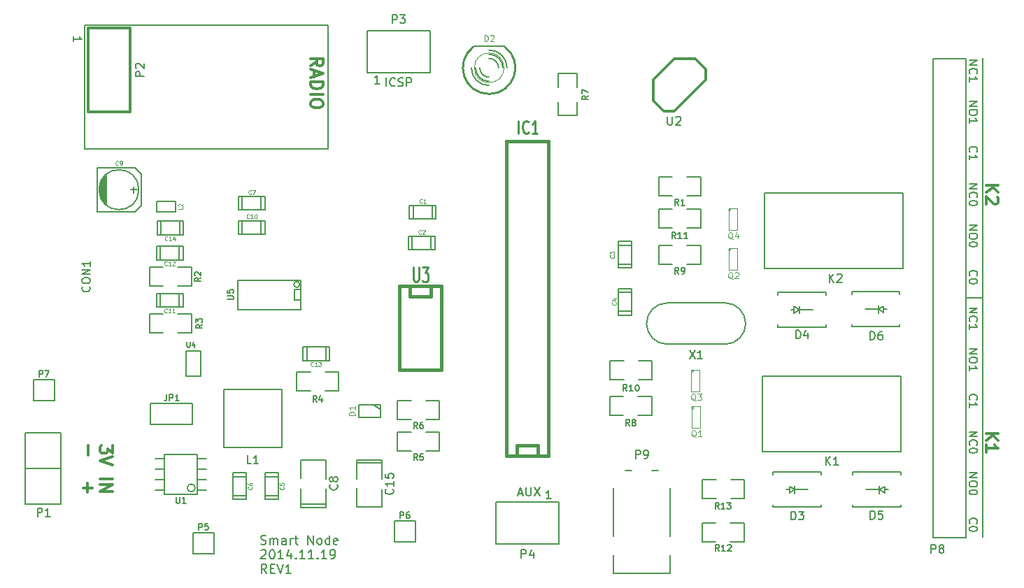
<source format=gto>
G04 (created by PCBNEW (2013-07-07 BZR 4022)-stable) date 21/11/2014 19:41:42*
%MOIN*%
G04 Gerber Fmt 3.4, Leading zero omitted, Abs format*
%FSLAX34Y34*%
G01*
G70*
G90*
G04 APERTURE LIST*
%ADD10C,0.008*%
%ADD11C,0.00787402*%
%ADD12C,0.011811*%
%ADD13C,0.00590551*%
%ADD14C,0.0065*%
%ADD15C,0.006*%
%ADD16C,0.005*%
%ADD17C,0.0031*%
%ADD18C,0.012*%
%ADD19C,0.003*%
%ADD20C,0.01*%
%ADD21C,0.015*%
%ADD22C,0.0047*%
%ADD23C,0.0059*%
%ADD24C,0.0045*%
%ADD25C,0.0035*%
%ADD26C,0.01125*%
G04 APERTURE END LIST*
G54D10*
X61014Y-49931D02*
X60785Y-49931D01*
X60900Y-49931D02*
X60900Y-49531D01*
X60861Y-49589D01*
X60823Y-49627D01*
X60785Y-49646D01*
X59474Y-49677D02*
X59665Y-49677D01*
X59436Y-49791D02*
X59570Y-49391D01*
X59703Y-49791D01*
X59836Y-49391D02*
X59836Y-49715D01*
X59855Y-49753D01*
X59874Y-49772D01*
X59912Y-49791D01*
X59989Y-49791D01*
X60027Y-49772D01*
X60046Y-49753D01*
X60065Y-49715D01*
X60065Y-49391D01*
X60217Y-49391D02*
X60484Y-49791D01*
X60484Y-49391D02*
X60217Y-49791D01*
X38258Y-28134D02*
X38258Y-27905D01*
X38258Y-28020D02*
X38658Y-28020D01*
X38600Y-27981D01*
X38562Y-27943D01*
X38543Y-27905D01*
X52844Y-30141D02*
X52615Y-30141D01*
X52730Y-30141D02*
X52730Y-29741D01*
X52691Y-29799D01*
X52653Y-29837D01*
X52615Y-29856D01*
X53169Y-30271D02*
X53169Y-29871D01*
X53588Y-30233D02*
X53569Y-30252D01*
X53512Y-30271D01*
X53474Y-30271D01*
X53417Y-30252D01*
X53379Y-30214D01*
X53360Y-30176D01*
X53340Y-30100D01*
X53340Y-30043D01*
X53360Y-29967D01*
X53379Y-29929D01*
X53417Y-29890D01*
X53474Y-29871D01*
X53512Y-29871D01*
X53569Y-29890D01*
X53588Y-29910D01*
X53740Y-30252D02*
X53798Y-30271D01*
X53893Y-30271D01*
X53931Y-30252D01*
X53950Y-30233D01*
X53969Y-30195D01*
X53969Y-30157D01*
X53950Y-30119D01*
X53931Y-30100D01*
X53893Y-30081D01*
X53817Y-30062D01*
X53779Y-30043D01*
X53760Y-30024D01*
X53740Y-29986D01*
X53740Y-29948D01*
X53760Y-29910D01*
X53779Y-29890D01*
X53817Y-29871D01*
X53912Y-29871D01*
X53969Y-29890D01*
X54140Y-30271D02*
X54140Y-29871D01*
X54293Y-29871D01*
X54331Y-29890D01*
X54350Y-29910D01*
X54369Y-29948D01*
X54369Y-30005D01*
X54350Y-30043D01*
X54331Y-30062D01*
X54293Y-30081D01*
X54140Y-30081D01*
G54D11*
X47188Y-52093D02*
X47250Y-52114D01*
X47353Y-52114D01*
X47395Y-52093D01*
X47415Y-52073D01*
X47436Y-52031D01*
X47436Y-51990D01*
X47415Y-51949D01*
X47395Y-51928D01*
X47353Y-51908D01*
X47271Y-51887D01*
X47230Y-51866D01*
X47209Y-51846D01*
X47188Y-51804D01*
X47188Y-51763D01*
X47209Y-51722D01*
X47230Y-51701D01*
X47271Y-51681D01*
X47374Y-51681D01*
X47436Y-51701D01*
X47621Y-52114D02*
X47621Y-51825D01*
X47621Y-51866D02*
X47642Y-51846D01*
X47683Y-51825D01*
X47745Y-51825D01*
X47786Y-51846D01*
X47807Y-51887D01*
X47807Y-52114D01*
X47807Y-51887D02*
X47828Y-51846D01*
X47869Y-51825D01*
X47931Y-51825D01*
X47972Y-51846D01*
X47993Y-51887D01*
X47993Y-52114D01*
X48384Y-52114D02*
X48384Y-51887D01*
X48364Y-51846D01*
X48323Y-51825D01*
X48240Y-51825D01*
X48199Y-51846D01*
X48384Y-52093D02*
X48343Y-52114D01*
X48240Y-52114D01*
X48199Y-52093D01*
X48178Y-52052D01*
X48178Y-52011D01*
X48199Y-51969D01*
X48240Y-51949D01*
X48343Y-51949D01*
X48384Y-51928D01*
X48591Y-52114D02*
X48591Y-51825D01*
X48591Y-51908D02*
X48611Y-51866D01*
X48632Y-51846D01*
X48673Y-51825D01*
X48714Y-51825D01*
X48797Y-51825D02*
X48962Y-51825D01*
X48859Y-51681D02*
X48859Y-52052D01*
X48879Y-52093D01*
X48921Y-52114D01*
X48962Y-52114D01*
X49436Y-52114D02*
X49436Y-51681D01*
X49684Y-52114D01*
X49684Y-51681D01*
X49952Y-52114D02*
X49910Y-52093D01*
X49890Y-52073D01*
X49869Y-52031D01*
X49869Y-51908D01*
X49890Y-51866D01*
X49910Y-51846D01*
X49952Y-51825D01*
X50014Y-51825D01*
X50055Y-51846D01*
X50075Y-51866D01*
X50096Y-51908D01*
X50096Y-52031D01*
X50075Y-52073D01*
X50055Y-52093D01*
X50014Y-52114D01*
X49952Y-52114D01*
X50467Y-52114D02*
X50467Y-51681D01*
X50467Y-52093D02*
X50426Y-52114D01*
X50344Y-52114D01*
X50302Y-52093D01*
X50282Y-52073D01*
X50261Y-52031D01*
X50261Y-51908D01*
X50282Y-51866D01*
X50302Y-51846D01*
X50344Y-51825D01*
X50426Y-51825D01*
X50467Y-51846D01*
X50838Y-52093D02*
X50797Y-52114D01*
X50715Y-52114D01*
X50673Y-52093D01*
X50653Y-52052D01*
X50653Y-51887D01*
X50673Y-51846D01*
X50715Y-51825D01*
X50797Y-51825D01*
X50838Y-51846D01*
X50859Y-51887D01*
X50859Y-51928D01*
X50653Y-51969D01*
X47188Y-52407D02*
X47209Y-52386D01*
X47250Y-52366D01*
X47353Y-52366D01*
X47395Y-52386D01*
X47415Y-52407D01*
X47436Y-52448D01*
X47436Y-52489D01*
X47415Y-52551D01*
X47168Y-52799D01*
X47436Y-52799D01*
X47704Y-52366D02*
X47745Y-52366D01*
X47786Y-52386D01*
X47807Y-52407D01*
X47828Y-52448D01*
X47848Y-52531D01*
X47848Y-52634D01*
X47828Y-52716D01*
X47807Y-52758D01*
X47786Y-52778D01*
X47745Y-52799D01*
X47704Y-52799D01*
X47663Y-52778D01*
X47642Y-52758D01*
X47621Y-52716D01*
X47601Y-52634D01*
X47601Y-52531D01*
X47621Y-52448D01*
X47642Y-52407D01*
X47663Y-52386D01*
X47704Y-52366D01*
X48261Y-52799D02*
X48013Y-52799D01*
X48137Y-52799D02*
X48137Y-52366D01*
X48096Y-52428D01*
X48054Y-52469D01*
X48013Y-52489D01*
X48632Y-52510D02*
X48632Y-52799D01*
X48529Y-52345D02*
X48426Y-52654D01*
X48694Y-52654D01*
X48859Y-52758D02*
X48879Y-52778D01*
X48859Y-52799D01*
X48838Y-52778D01*
X48859Y-52758D01*
X48859Y-52799D01*
X49292Y-52799D02*
X49044Y-52799D01*
X49168Y-52799D02*
X49168Y-52366D01*
X49127Y-52428D01*
X49086Y-52469D01*
X49044Y-52489D01*
X49704Y-52799D02*
X49457Y-52799D01*
X49580Y-52799D02*
X49580Y-52366D01*
X49539Y-52428D01*
X49498Y-52469D01*
X49457Y-52489D01*
X49890Y-52758D02*
X49910Y-52778D01*
X49890Y-52799D01*
X49869Y-52778D01*
X49890Y-52758D01*
X49890Y-52799D01*
X50323Y-52799D02*
X50075Y-52799D01*
X50199Y-52799D02*
X50199Y-52366D01*
X50158Y-52428D01*
X50117Y-52469D01*
X50075Y-52489D01*
X50529Y-52799D02*
X50612Y-52799D01*
X50653Y-52778D01*
X50673Y-52758D01*
X50715Y-52696D01*
X50735Y-52613D01*
X50735Y-52448D01*
X50715Y-52407D01*
X50694Y-52386D01*
X50653Y-52366D01*
X50570Y-52366D01*
X50529Y-52386D01*
X50508Y-52407D01*
X50488Y-52448D01*
X50488Y-52551D01*
X50508Y-52593D01*
X50529Y-52613D01*
X50570Y-52634D01*
X50653Y-52634D01*
X50694Y-52613D01*
X50715Y-52593D01*
X50735Y-52551D01*
X47456Y-53484D02*
X47312Y-53278D01*
X47209Y-53484D02*
X47209Y-53051D01*
X47374Y-53051D01*
X47415Y-53071D01*
X47436Y-53092D01*
X47456Y-53133D01*
X47456Y-53195D01*
X47436Y-53236D01*
X47415Y-53257D01*
X47374Y-53278D01*
X47209Y-53278D01*
X47642Y-53257D02*
X47786Y-53257D01*
X47848Y-53484D02*
X47642Y-53484D01*
X47642Y-53051D01*
X47848Y-53051D01*
X47972Y-53051D02*
X48116Y-53484D01*
X48261Y-53051D01*
X48632Y-53484D02*
X48384Y-53484D01*
X48508Y-53484D02*
X48508Y-53051D01*
X48467Y-53113D01*
X48426Y-53154D01*
X48384Y-53175D01*
G54D12*
X81749Y-46808D02*
X82339Y-46808D01*
X81749Y-47145D02*
X82086Y-46892D01*
X82339Y-47145D02*
X82002Y-46808D01*
X81749Y-47708D02*
X81749Y-47370D01*
X81749Y-47539D02*
X82339Y-47539D01*
X82255Y-47483D01*
X82199Y-47426D01*
X82170Y-47370D01*
X81749Y-34997D02*
X82339Y-34997D01*
X81749Y-35334D02*
X82086Y-35081D01*
X82339Y-35334D02*
X82002Y-34997D01*
X82283Y-35559D02*
X82311Y-35587D01*
X82339Y-35643D01*
X82339Y-35784D01*
X82311Y-35840D01*
X82283Y-35868D01*
X82227Y-35897D01*
X82170Y-35897D01*
X82086Y-35868D01*
X81749Y-35531D01*
X81749Y-35897D01*
G54D11*
X81594Y-40354D02*
X81594Y-51771D01*
X81594Y-40354D02*
X81594Y-28937D01*
X80807Y-40354D02*
X81594Y-40354D01*
X80943Y-42800D02*
X81336Y-42800D01*
X80943Y-43025D01*
X81336Y-43025D01*
X81336Y-43288D02*
X81336Y-43363D01*
X81317Y-43400D01*
X81280Y-43438D01*
X81205Y-43457D01*
X81074Y-43457D01*
X80999Y-43438D01*
X80961Y-43400D01*
X80943Y-43363D01*
X80943Y-43288D01*
X80961Y-43250D01*
X80999Y-43213D01*
X81074Y-43194D01*
X81205Y-43194D01*
X81280Y-43213D01*
X81317Y-43250D01*
X81336Y-43288D01*
X80943Y-43832D02*
X80943Y-43607D01*
X80943Y-43719D02*
X81336Y-43719D01*
X81280Y-43682D01*
X81242Y-43644D01*
X81224Y-43607D01*
X80980Y-45209D02*
X80961Y-45191D01*
X80943Y-45134D01*
X80943Y-45097D01*
X80961Y-45041D01*
X80999Y-45003D01*
X81036Y-44985D01*
X81111Y-44966D01*
X81167Y-44966D01*
X81242Y-44985D01*
X81280Y-45003D01*
X81317Y-45041D01*
X81336Y-45097D01*
X81336Y-45134D01*
X81317Y-45191D01*
X81299Y-45209D01*
X80943Y-45584D02*
X80943Y-45359D01*
X80943Y-45472D02*
X81336Y-45472D01*
X81280Y-45434D01*
X81242Y-45397D01*
X81224Y-45359D01*
X80980Y-51115D02*
X80961Y-51096D01*
X80943Y-51040D01*
X80943Y-51003D01*
X80961Y-50946D01*
X80999Y-50909D01*
X81036Y-50890D01*
X81111Y-50871D01*
X81167Y-50871D01*
X81242Y-50890D01*
X81280Y-50909D01*
X81317Y-50946D01*
X81336Y-51003D01*
X81336Y-51040D01*
X81317Y-51096D01*
X81299Y-51115D01*
X81336Y-51359D02*
X81336Y-51396D01*
X81317Y-51434D01*
X81299Y-51452D01*
X81261Y-51471D01*
X81186Y-51490D01*
X81092Y-51490D01*
X81017Y-51471D01*
X80980Y-51452D01*
X80961Y-51434D01*
X80943Y-51396D01*
X80943Y-51359D01*
X80961Y-51321D01*
X80980Y-51302D01*
X81017Y-51284D01*
X81092Y-51265D01*
X81186Y-51265D01*
X81261Y-51284D01*
X81299Y-51302D01*
X81317Y-51321D01*
X81336Y-51359D01*
X80943Y-46747D02*
X81336Y-46747D01*
X80943Y-46972D01*
X81336Y-46972D01*
X80980Y-47384D02*
X80961Y-47365D01*
X80943Y-47309D01*
X80943Y-47272D01*
X80961Y-47215D01*
X80999Y-47178D01*
X81036Y-47159D01*
X81111Y-47140D01*
X81167Y-47140D01*
X81242Y-47159D01*
X81280Y-47178D01*
X81317Y-47215D01*
X81336Y-47272D01*
X81336Y-47309D01*
X81317Y-47365D01*
X81299Y-47384D01*
X81336Y-47628D02*
X81336Y-47665D01*
X81317Y-47703D01*
X81299Y-47722D01*
X81261Y-47740D01*
X81186Y-47759D01*
X81092Y-47759D01*
X81017Y-47740D01*
X80980Y-47722D01*
X80961Y-47703D01*
X80943Y-47665D01*
X80943Y-47628D01*
X80961Y-47590D01*
X80980Y-47572D01*
X81017Y-47553D01*
X81092Y-47534D01*
X81186Y-47534D01*
X81261Y-47553D01*
X81299Y-47572D01*
X81317Y-47590D01*
X81336Y-47628D01*
X80943Y-48706D02*
X81336Y-48706D01*
X80943Y-48931D01*
X81336Y-48931D01*
X81336Y-49193D02*
X81336Y-49268D01*
X81317Y-49306D01*
X81280Y-49343D01*
X81205Y-49362D01*
X81074Y-49362D01*
X80999Y-49343D01*
X80961Y-49306D01*
X80943Y-49268D01*
X80943Y-49193D01*
X80961Y-49156D01*
X80999Y-49118D01*
X81074Y-49100D01*
X81205Y-49100D01*
X81280Y-49118D01*
X81317Y-49156D01*
X81336Y-49193D01*
X81336Y-49606D02*
X81336Y-49643D01*
X81317Y-49681D01*
X81299Y-49700D01*
X81261Y-49718D01*
X81186Y-49737D01*
X81092Y-49737D01*
X81017Y-49718D01*
X80980Y-49700D01*
X80961Y-49681D01*
X80943Y-49643D01*
X80943Y-49606D01*
X80961Y-49568D01*
X80980Y-49550D01*
X81017Y-49531D01*
X81092Y-49512D01*
X81186Y-49512D01*
X81261Y-49531D01*
X81299Y-49550D01*
X81317Y-49568D01*
X81336Y-49606D01*
X80943Y-40841D02*
X81336Y-40841D01*
X80943Y-41066D01*
X81336Y-41066D01*
X80980Y-41479D02*
X80961Y-41460D01*
X80943Y-41404D01*
X80943Y-41366D01*
X80961Y-41310D01*
X80999Y-41272D01*
X81036Y-41254D01*
X81111Y-41235D01*
X81167Y-41235D01*
X81242Y-41254D01*
X81280Y-41272D01*
X81317Y-41310D01*
X81336Y-41366D01*
X81336Y-41404D01*
X81317Y-41460D01*
X81299Y-41479D01*
X80943Y-41854D02*
X80943Y-41629D01*
X80943Y-41741D02*
X81336Y-41741D01*
X81280Y-41704D01*
X81242Y-41666D01*
X81224Y-41629D01*
X80943Y-36895D02*
X81336Y-36895D01*
X80943Y-37120D01*
X81336Y-37120D01*
X81336Y-37382D02*
X81336Y-37457D01*
X81317Y-37495D01*
X81280Y-37532D01*
X81205Y-37551D01*
X81074Y-37551D01*
X80999Y-37532D01*
X80961Y-37495D01*
X80943Y-37457D01*
X80943Y-37382D01*
X80961Y-37345D01*
X80999Y-37307D01*
X81074Y-37289D01*
X81205Y-37289D01*
X81280Y-37307D01*
X81317Y-37345D01*
X81336Y-37382D01*
X81336Y-37795D02*
X81336Y-37832D01*
X81317Y-37870D01*
X81299Y-37889D01*
X81261Y-37907D01*
X81186Y-37926D01*
X81092Y-37926D01*
X81017Y-37907D01*
X80980Y-37889D01*
X80961Y-37870D01*
X80943Y-37832D01*
X80943Y-37795D01*
X80961Y-37757D01*
X80980Y-37739D01*
X81017Y-37720D01*
X81092Y-37701D01*
X81186Y-37701D01*
X81261Y-37720D01*
X81299Y-37739D01*
X81317Y-37757D01*
X81336Y-37795D01*
X80943Y-34936D02*
X81336Y-34936D01*
X80943Y-35161D01*
X81336Y-35161D01*
X80980Y-35573D02*
X80961Y-35554D01*
X80943Y-35498D01*
X80943Y-35461D01*
X80961Y-35404D01*
X80999Y-35367D01*
X81036Y-35348D01*
X81111Y-35329D01*
X81167Y-35329D01*
X81242Y-35348D01*
X81280Y-35367D01*
X81317Y-35404D01*
X81336Y-35461D01*
X81336Y-35498D01*
X81317Y-35554D01*
X81299Y-35573D01*
X81336Y-35817D02*
X81336Y-35854D01*
X81317Y-35892D01*
X81299Y-35911D01*
X81261Y-35929D01*
X81186Y-35948D01*
X81092Y-35948D01*
X81017Y-35929D01*
X80980Y-35911D01*
X80961Y-35892D01*
X80943Y-35854D01*
X80943Y-35817D01*
X80961Y-35779D01*
X80980Y-35761D01*
X81017Y-35742D01*
X81092Y-35723D01*
X81186Y-35723D01*
X81261Y-35742D01*
X81299Y-35761D01*
X81317Y-35779D01*
X81336Y-35817D01*
X80980Y-39304D02*
X80961Y-39285D01*
X80943Y-39229D01*
X80943Y-39191D01*
X80961Y-39135D01*
X80999Y-39098D01*
X81036Y-39079D01*
X81111Y-39060D01*
X81167Y-39060D01*
X81242Y-39079D01*
X81280Y-39098D01*
X81317Y-39135D01*
X81336Y-39191D01*
X81336Y-39229D01*
X81317Y-39285D01*
X81299Y-39304D01*
X81336Y-39548D02*
X81336Y-39585D01*
X81317Y-39623D01*
X81299Y-39641D01*
X81261Y-39660D01*
X81186Y-39679D01*
X81092Y-39679D01*
X81017Y-39660D01*
X80980Y-39641D01*
X80961Y-39623D01*
X80943Y-39585D01*
X80943Y-39548D01*
X80961Y-39510D01*
X80980Y-39491D01*
X81017Y-39473D01*
X81092Y-39454D01*
X81186Y-39454D01*
X81261Y-39473D01*
X81299Y-39491D01*
X81317Y-39510D01*
X81336Y-39548D01*
X80980Y-33398D02*
X80961Y-33380D01*
X80943Y-33323D01*
X80943Y-33286D01*
X80961Y-33230D01*
X80999Y-33192D01*
X81036Y-33173D01*
X81111Y-33155D01*
X81167Y-33155D01*
X81242Y-33173D01*
X81280Y-33192D01*
X81317Y-33230D01*
X81336Y-33286D01*
X81336Y-33323D01*
X81317Y-33380D01*
X81299Y-33398D01*
X80943Y-33773D02*
X80943Y-33548D01*
X80943Y-33661D02*
X81336Y-33661D01*
X81280Y-33623D01*
X81242Y-33586D01*
X81224Y-33548D01*
X80943Y-30989D02*
X81336Y-30989D01*
X80943Y-31214D01*
X81336Y-31214D01*
X81336Y-31477D02*
X81336Y-31552D01*
X81317Y-31589D01*
X81280Y-31627D01*
X81205Y-31646D01*
X81074Y-31646D01*
X80999Y-31627D01*
X80961Y-31589D01*
X80943Y-31552D01*
X80943Y-31477D01*
X80961Y-31439D01*
X80999Y-31402D01*
X81074Y-31383D01*
X81205Y-31383D01*
X81280Y-31402D01*
X81317Y-31439D01*
X81336Y-31477D01*
X80943Y-32020D02*
X80943Y-31796D01*
X80943Y-31908D02*
X81336Y-31908D01*
X81280Y-31871D01*
X81242Y-31833D01*
X81224Y-31796D01*
X80943Y-29030D02*
X81336Y-29030D01*
X80943Y-29255D01*
X81336Y-29255D01*
X80980Y-29668D02*
X80961Y-29649D01*
X80943Y-29593D01*
X80943Y-29555D01*
X80961Y-29499D01*
X80999Y-29461D01*
X81036Y-29443D01*
X81111Y-29424D01*
X81167Y-29424D01*
X81242Y-29443D01*
X81280Y-29461D01*
X81317Y-29499D01*
X81336Y-29555D01*
X81336Y-29593D01*
X81317Y-29649D01*
X81299Y-29668D01*
X80943Y-30043D02*
X80943Y-29818D01*
X80943Y-29930D02*
X81336Y-29930D01*
X81280Y-29893D01*
X81242Y-29855D01*
X81224Y-29818D01*
G54D12*
X38953Y-47852D02*
X38953Y-47402D01*
X38714Y-49413D02*
X39163Y-49413D01*
X38938Y-49638D02*
X38938Y-49188D01*
X40121Y-47405D02*
X40121Y-47770D01*
X39896Y-47573D01*
X39896Y-47658D01*
X39868Y-47714D01*
X39840Y-47742D01*
X39784Y-47770D01*
X39643Y-47770D01*
X39587Y-47742D01*
X39559Y-47714D01*
X39530Y-47658D01*
X39530Y-47489D01*
X39559Y-47433D01*
X39587Y-47405D01*
X40121Y-47939D02*
X39530Y-48136D01*
X40121Y-48333D01*
X39530Y-48979D02*
X40121Y-48979D01*
X39530Y-49261D02*
X40121Y-49261D01*
X39530Y-49598D01*
X40121Y-49598D01*
X49564Y-29302D02*
X49845Y-29105D01*
X49564Y-28965D02*
X50154Y-28965D01*
X50154Y-29190D01*
X50126Y-29246D01*
X50098Y-29274D01*
X50042Y-29302D01*
X49957Y-29302D01*
X49901Y-29274D01*
X49873Y-29246D01*
X49845Y-29190D01*
X49845Y-28965D01*
X49732Y-29527D02*
X49732Y-29808D01*
X49564Y-29471D02*
X50154Y-29668D01*
X49564Y-29865D01*
X49564Y-30061D02*
X50154Y-30061D01*
X50154Y-30202D01*
X50126Y-30286D01*
X50070Y-30343D01*
X50014Y-30371D01*
X49901Y-30399D01*
X49817Y-30399D01*
X49704Y-30371D01*
X49648Y-30343D01*
X49592Y-30286D01*
X49564Y-30202D01*
X49564Y-30061D01*
X49564Y-30652D02*
X50154Y-30652D01*
X50154Y-31046D02*
X50154Y-31158D01*
X50126Y-31214D01*
X50070Y-31271D01*
X49957Y-31299D01*
X49760Y-31299D01*
X49648Y-31271D01*
X49592Y-31214D01*
X49564Y-31158D01*
X49564Y-31046D01*
X49592Y-30989D01*
X49648Y-30933D01*
X49760Y-30905D01*
X49957Y-30905D01*
X50070Y-30933D01*
X50126Y-30989D01*
X50154Y-31046D01*
G54D11*
X38779Y-33267D02*
X38779Y-27362D01*
X50393Y-33267D02*
X38779Y-33267D01*
X50393Y-27362D02*
X50393Y-33267D01*
X38779Y-27362D02*
X50393Y-27362D01*
G54D13*
X49100Y-48950D02*
X49100Y-48100D01*
X49100Y-48100D02*
X50300Y-48100D01*
X50300Y-48100D02*
X50300Y-49000D01*
X49100Y-50200D02*
X49100Y-50350D01*
X49100Y-50350D02*
X50300Y-50350D01*
X50300Y-50350D02*
X50300Y-50200D01*
X49100Y-50200D02*
X49100Y-49450D01*
X49100Y-50200D02*
X50300Y-50200D01*
X50300Y-50200D02*
X50300Y-49450D01*
X66555Y-42568D02*
X69311Y-42568D01*
X66555Y-40600D02*
X69311Y-40600D01*
X66555Y-40600D02*
G75*
G03X65570Y-41584I0J-984D01*
G74*
G01*
X65570Y-41584D02*
G75*
G03X66555Y-42568I984J0D01*
G74*
G01*
X69311Y-42568D02*
G75*
G03X70295Y-41584I0J984D01*
G74*
G01*
X70295Y-41584D02*
G75*
G03X69311Y-40600I-984J0D01*
G74*
G01*
X71200Y-35350D02*
X77800Y-35350D01*
X77800Y-35350D02*
X77800Y-38950D01*
X77800Y-38950D02*
X71200Y-38950D01*
X71200Y-38950D02*
X71200Y-35350D01*
X71100Y-44100D02*
X77700Y-44100D01*
X77700Y-44100D02*
X77700Y-47700D01*
X77700Y-47700D02*
X71100Y-47700D01*
X71100Y-47700D02*
X71100Y-44100D01*
G54D14*
X46100Y-40920D02*
X49100Y-40920D01*
X49100Y-39520D02*
X46100Y-39520D01*
X46100Y-40920D02*
X46100Y-39520D01*
G54D15*
X49100Y-39520D02*
X49100Y-40920D01*
G54D16*
X49041Y-39720D02*
G75*
G03X49041Y-39720I-141J0D01*
G74*
G01*
X49100Y-40470D02*
X48800Y-40470D01*
X48800Y-40470D02*
X48800Y-39970D01*
X48800Y-39970D02*
X49100Y-39970D01*
X52550Y-45450D02*
X52850Y-45650D01*
X51850Y-45450D02*
X52875Y-45450D01*
X52875Y-45450D02*
X52875Y-46050D01*
X52875Y-46050D02*
X51850Y-46050D01*
X51850Y-46050D02*
X51850Y-45450D01*
X43625Y-42875D02*
X44325Y-42875D01*
X44325Y-42875D02*
X44325Y-44075D01*
X44325Y-44075D02*
X43625Y-44075D01*
X43625Y-44075D02*
X43625Y-42875D01*
G54D17*
X69599Y-38062D02*
G75*
G03X69599Y-38062I-62J0D01*
G74*
G01*
X69875Y-39025D02*
X69475Y-39025D01*
X69875Y-38000D02*
X69475Y-38000D01*
X69475Y-39025D02*
X69475Y-38000D01*
X69875Y-38000D02*
X69875Y-39025D01*
X69599Y-36162D02*
G75*
G03X69599Y-36162I-62J0D01*
G74*
G01*
X69875Y-37125D02*
X69475Y-37125D01*
X69875Y-36100D02*
X69475Y-36100D01*
X69475Y-37125D02*
X69475Y-36100D01*
X69875Y-36100D02*
X69875Y-37125D01*
X67838Y-45599D02*
G75*
G03X67838Y-45599I-62J0D01*
G74*
G01*
X68113Y-46562D02*
X67713Y-46562D01*
X68113Y-45537D02*
X67713Y-45537D01*
X67713Y-46562D02*
X67713Y-45537D01*
X68113Y-45537D02*
X68113Y-46562D01*
X67828Y-43867D02*
G75*
G03X67828Y-43867I-62J0D01*
G74*
G01*
X68103Y-44830D02*
X67703Y-44830D01*
X68103Y-43805D02*
X67703Y-43805D01*
X67703Y-44830D02*
X67703Y-43805D01*
X68103Y-43805D02*
X68103Y-44830D01*
G54D16*
X42600Y-49710D02*
X44160Y-49710D01*
X44160Y-49710D02*
X44160Y-47810D01*
X44160Y-47810D02*
X42600Y-47810D01*
X42600Y-47810D02*
X42600Y-49710D01*
X42600Y-49510D02*
X42170Y-49510D01*
X42600Y-49010D02*
X42170Y-49010D01*
X42600Y-48510D02*
X42170Y-48510D01*
X42170Y-48010D02*
X42600Y-48010D01*
X44160Y-48010D02*
X44590Y-48010D01*
X44590Y-48510D02*
X44160Y-48510D01*
X44590Y-49010D02*
X44160Y-49010D01*
X44590Y-49510D02*
X44160Y-49510D01*
X44056Y-49420D02*
G75*
G03X44056Y-49420I-186J0D01*
G74*
G01*
X63812Y-45061D02*
X63812Y-45961D01*
X63812Y-45961D02*
X64462Y-45961D01*
X65162Y-45061D02*
X65812Y-45061D01*
X65812Y-45061D02*
X65812Y-45961D01*
X65812Y-45961D02*
X65162Y-45961D01*
X64462Y-45061D02*
X63812Y-45061D01*
X53700Y-46750D02*
X53700Y-47650D01*
X53700Y-47650D02*
X54350Y-47650D01*
X55050Y-46750D02*
X55700Y-46750D01*
X55700Y-46750D02*
X55700Y-47650D01*
X55700Y-47650D02*
X55050Y-47650D01*
X54350Y-46750D02*
X53700Y-46750D01*
X53700Y-45250D02*
X53700Y-46150D01*
X53700Y-46150D02*
X54350Y-46150D01*
X55050Y-45250D02*
X55700Y-45250D01*
X55700Y-45250D02*
X55700Y-46150D01*
X55700Y-46150D02*
X55050Y-46150D01*
X54350Y-45250D02*
X53700Y-45250D01*
X68150Y-35475D02*
X68150Y-34575D01*
X68150Y-34575D02*
X67500Y-34575D01*
X66800Y-35475D02*
X66150Y-35475D01*
X66150Y-35475D02*
X66150Y-34575D01*
X66150Y-34575D02*
X66800Y-34575D01*
X67500Y-35475D02*
X68150Y-35475D01*
X43875Y-42025D02*
X43875Y-41125D01*
X43875Y-41125D02*
X43225Y-41125D01*
X42525Y-42025D02*
X41875Y-42025D01*
X41875Y-42025D02*
X41875Y-41125D01*
X41875Y-41125D02*
X42525Y-41125D01*
X43225Y-42025D02*
X43875Y-42025D01*
X66150Y-36125D02*
X66150Y-37025D01*
X66150Y-37025D02*
X66800Y-37025D01*
X67500Y-36125D02*
X68150Y-36125D01*
X68150Y-36125D02*
X68150Y-37025D01*
X68150Y-37025D02*
X67500Y-37025D01*
X66800Y-36125D02*
X66150Y-36125D01*
X66150Y-37850D02*
X66150Y-38750D01*
X66150Y-38750D02*
X66800Y-38750D01*
X67500Y-37850D02*
X68150Y-37850D01*
X68150Y-37850D02*
X68150Y-38750D01*
X68150Y-38750D02*
X67500Y-38750D01*
X66800Y-37850D02*
X66150Y-37850D01*
X43875Y-39800D02*
X43875Y-38900D01*
X43875Y-38900D02*
X43225Y-38900D01*
X42525Y-39800D02*
X41875Y-39800D01*
X41875Y-39800D02*
X41875Y-38900D01*
X41875Y-38900D02*
X42525Y-38900D01*
X43225Y-39800D02*
X43875Y-39800D01*
X63832Y-43349D02*
X63832Y-44249D01*
X63832Y-44249D02*
X64482Y-44249D01*
X65182Y-43349D02*
X65832Y-43349D01*
X65832Y-43349D02*
X65832Y-44249D01*
X65832Y-44249D02*
X65182Y-44249D01*
X64482Y-43349D02*
X63832Y-43349D01*
X48900Y-43900D02*
X48900Y-44800D01*
X48900Y-44800D02*
X49550Y-44800D01*
X50250Y-43900D02*
X50900Y-43900D01*
X50900Y-43900D02*
X50900Y-44800D01*
X50900Y-44800D02*
X50250Y-44800D01*
X49550Y-43900D02*
X48900Y-43900D01*
X61370Y-31670D02*
X62270Y-31670D01*
X62270Y-31670D02*
X62270Y-31020D01*
X61370Y-30320D02*
X61370Y-29670D01*
X61370Y-29670D02*
X62270Y-29670D01*
X62270Y-29670D02*
X62270Y-30320D01*
X61370Y-31020D02*
X61370Y-31670D01*
X43125Y-36250D02*
X42225Y-36250D01*
X42225Y-36250D02*
X42225Y-35750D01*
X42225Y-35750D02*
X43125Y-35750D01*
X43125Y-35750D02*
X43125Y-36250D01*
G54D18*
X40950Y-27500D02*
X40950Y-31500D01*
X40950Y-31500D02*
X38950Y-31500D01*
X38950Y-31500D02*
X38950Y-27500D01*
X38950Y-27500D02*
X40950Y-27500D01*
G54D10*
X58400Y-50100D02*
X61400Y-50100D01*
X61400Y-52100D02*
X58400Y-52100D01*
X58400Y-52100D02*
X58400Y-50100D01*
X61400Y-50100D02*
X61400Y-52100D01*
X55260Y-29610D02*
X52260Y-29610D01*
X52260Y-27610D02*
X55260Y-27610D01*
X55260Y-27610D02*
X55260Y-29610D01*
X52260Y-29610D02*
X52260Y-27610D01*
G54D15*
X41940Y-46400D02*
X41940Y-45400D01*
X41940Y-45400D02*
X43940Y-45400D01*
X43940Y-45400D02*
X43940Y-46400D01*
X43940Y-46400D02*
X41940Y-46400D01*
G54D13*
X80787Y-28957D02*
X80787Y-51792D01*
X80787Y-51792D02*
X79212Y-51792D01*
X79212Y-51792D02*
X79212Y-40375D01*
X79212Y-40375D02*
X79212Y-28957D01*
X79212Y-28957D02*
X80787Y-28957D01*
G54D15*
X54550Y-52000D02*
X53550Y-52000D01*
X53550Y-51000D02*
X54550Y-51000D01*
X53550Y-52000D02*
X53550Y-51000D01*
X54550Y-51000D02*
X54550Y-52000D01*
X37350Y-45250D02*
X36350Y-45250D01*
X36350Y-44250D02*
X37350Y-44250D01*
X36350Y-45250D02*
X36350Y-44250D01*
X37350Y-44250D02*
X37350Y-45250D01*
X44950Y-52550D02*
X43950Y-52550D01*
X43950Y-51550D02*
X44950Y-51550D01*
X43950Y-52550D02*
X43950Y-51550D01*
X44950Y-51550D02*
X44950Y-52550D01*
G54D10*
X58820Y-28370D02*
X57320Y-28370D01*
G54D19*
X58777Y-29390D02*
G75*
G03X58777Y-29390I-707J0D01*
G74*
G01*
G54D20*
X57319Y-28390D02*
G75*
G03X58820Y-28390I750J-999D01*
G74*
G01*
G54D15*
X57620Y-29390D02*
G75*
G03X58070Y-29840I450J0D01*
G74*
G01*
X58520Y-29390D02*
G75*
G03X58070Y-28940I-450J0D01*
G74*
G01*
X57420Y-29390D02*
G75*
G03X58070Y-30040I650J0D01*
G74*
G01*
X58720Y-29390D02*
G75*
G03X58070Y-28740I-650J0D01*
G74*
G01*
X57220Y-29390D02*
G75*
G03X58070Y-30240I850J0D01*
G74*
G01*
X58920Y-29390D02*
G75*
G03X58070Y-28540I-850J0D01*
G74*
G01*
G54D13*
X76618Y-40900D02*
X75988Y-40900D01*
X76618Y-40722D02*
X76618Y-41077D01*
X76874Y-41057D02*
X76874Y-40742D01*
X76874Y-40742D02*
X76618Y-40900D01*
X76618Y-40900D02*
X76874Y-41057D01*
X77031Y-40900D02*
X76893Y-40900D01*
X75358Y-40073D02*
X75358Y-40191D01*
X75358Y-40073D02*
X77641Y-40073D01*
X77641Y-40073D02*
X77641Y-40191D01*
X77641Y-41726D02*
X77641Y-41608D01*
X77641Y-41726D02*
X75358Y-41726D01*
X75358Y-41726D02*
X75358Y-41608D01*
X72856Y-40925D02*
X73486Y-40925D01*
X72856Y-41102D02*
X72856Y-40747D01*
X72600Y-40767D02*
X72600Y-41082D01*
X72600Y-41082D02*
X72856Y-40925D01*
X72856Y-40925D02*
X72600Y-40767D01*
X72443Y-40925D02*
X72581Y-40925D01*
X74116Y-41751D02*
X74116Y-41633D01*
X74116Y-41751D02*
X71833Y-41751D01*
X71833Y-41751D02*
X71833Y-41633D01*
X71833Y-40098D02*
X71833Y-40216D01*
X71833Y-40098D02*
X74116Y-40098D01*
X74116Y-40098D02*
X74116Y-40216D01*
X76668Y-49500D02*
X76038Y-49500D01*
X76668Y-49322D02*
X76668Y-49677D01*
X76924Y-49657D02*
X76924Y-49342D01*
X76924Y-49342D02*
X76668Y-49500D01*
X76668Y-49500D02*
X76924Y-49657D01*
X77081Y-49500D02*
X76943Y-49500D01*
X75408Y-48673D02*
X75408Y-48791D01*
X75408Y-48673D02*
X77691Y-48673D01*
X77691Y-48673D02*
X77691Y-48791D01*
X77691Y-50326D02*
X77691Y-50208D01*
X77691Y-50326D02*
X75408Y-50326D01*
X75408Y-50326D02*
X75408Y-50208D01*
X72631Y-49500D02*
X73261Y-49500D01*
X72631Y-49677D02*
X72631Y-49322D01*
X72375Y-49342D02*
X72375Y-49657D01*
X72375Y-49657D02*
X72631Y-49500D01*
X72631Y-49500D02*
X72375Y-49342D01*
X72218Y-49500D02*
X72356Y-49500D01*
X73891Y-50326D02*
X73891Y-50208D01*
X73891Y-50326D02*
X71608Y-50326D01*
X71608Y-50326D02*
X71608Y-50208D01*
X71608Y-48673D02*
X71608Y-48791D01*
X71608Y-48673D02*
X73891Y-48673D01*
X73891Y-48673D02*
X73891Y-48791D01*
G54D21*
X55300Y-39800D02*
X55300Y-40300D01*
X55300Y-40300D02*
X54300Y-40300D01*
X54300Y-40300D02*
X54300Y-39800D01*
X55800Y-39800D02*
X55800Y-43800D01*
X55800Y-43800D02*
X53800Y-43800D01*
X53800Y-43800D02*
X53800Y-39800D01*
X53800Y-39800D02*
X55800Y-39800D01*
X58900Y-47900D02*
X58900Y-32900D01*
X58900Y-32900D02*
X60900Y-32900D01*
X60900Y-32900D02*
X60900Y-47900D01*
X60900Y-47900D02*
X58900Y-47900D01*
X59400Y-47900D02*
X59400Y-47400D01*
X59400Y-47400D02*
X60400Y-47400D01*
X60400Y-47400D02*
X60400Y-47900D01*
G54D13*
X45422Y-44722D02*
X48177Y-44722D01*
X48177Y-44722D02*
X48177Y-47438D01*
X48177Y-47438D02*
X48177Y-47477D01*
X48177Y-47477D02*
X45422Y-47477D01*
X45422Y-47477D02*
X45422Y-44722D01*
G54D16*
X39525Y-34950D02*
X39525Y-35500D01*
X39575Y-34850D02*
X39575Y-35550D01*
X39625Y-34700D02*
X39625Y-35700D01*
X39675Y-35750D02*
X39675Y-34650D01*
X39725Y-34600D02*
X39725Y-35800D01*
X39775Y-35850D02*
X39775Y-34550D01*
X39825Y-34500D02*
X39825Y-35900D01*
X41375Y-35200D02*
G75*
G03X41375Y-35200I-950J0D01*
G74*
G01*
X39375Y-34150D02*
X41175Y-34150D01*
X41175Y-34150D02*
X41475Y-34450D01*
X41475Y-34450D02*
X41475Y-35950D01*
X41475Y-35950D02*
X41175Y-36250D01*
X41175Y-36250D02*
X39375Y-36250D01*
X39375Y-36250D02*
X39375Y-34150D01*
X41275Y-35200D02*
X40975Y-35200D01*
X41125Y-35050D02*
X41125Y-35350D01*
X64230Y-38750D02*
X64870Y-38750D01*
X64870Y-37850D02*
X64230Y-37850D01*
X64870Y-37670D02*
X64230Y-37670D01*
X64230Y-37670D02*
X64230Y-38930D01*
X64230Y-38930D02*
X64870Y-38930D01*
X64870Y-38930D02*
X64870Y-37670D01*
X64870Y-40100D02*
X64230Y-40100D01*
X64230Y-41000D02*
X64870Y-41000D01*
X64230Y-41180D02*
X64870Y-41180D01*
X64870Y-41180D02*
X64870Y-39920D01*
X64870Y-39920D02*
X64230Y-39920D01*
X64230Y-39920D02*
X64230Y-41180D01*
X55300Y-38070D02*
X55300Y-37430D01*
X54400Y-37430D02*
X54400Y-38070D01*
X54220Y-37430D02*
X54220Y-38070D01*
X54220Y-38070D02*
X55480Y-38070D01*
X55480Y-38070D02*
X55480Y-37430D01*
X55480Y-37430D02*
X54220Y-37430D01*
X49375Y-42705D02*
X49375Y-43345D01*
X50275Y-43345D02*
X50275Y-42705D01*
X50455Y-43345D02*
X50455Y-42705D01*
X50455Y-42705D02*
X49195Y-42705D01*
X49195Y-42705D02*
X49195Y-43345D01*
X49195Y-43345D02*
X50455Y-43345D01*
X47200Y-36170D02*
X47200Y-35530D01*
X46300Y-35530D02*
X46300Y-36170D01*
X46120Y-35530D02*
X46120Y-36170D01*
X46120Y-36170D02*
X47380Y-36170D01*
X47380Y-36170D02*
X47380Y-35530D01*
X47380Y-35530D02*
X46120Y-35530D01*
X47200Y-37320D02*
X47200Y-36680D01*
X46300Y-36680D02*
X46300Y-37320D01*
X46120Y-36680D02*
X46120Y-37320D01*
X46120Y-37320D02*
X47380Y-37320D01*
X47380Y-37320D02*
X47380Y-36680D01*
X47380Y-36680D02*
X46120Y-36680D01*
X42425Y-36705D02*
X42425Y-37345D01*
X43325Y-37345D02*
X43325Y-36705D01*
X43505Y-37345D02*
X43505Y-36705D01*
X43505Y-36705D02*
X42245Y-36705D01*
X42245Y-36705D02*
X42245Y-37345D01*
X42245Y-37345D02*
X43505Y-37345D01*
X42400Y-37905D02*
X42400Y-38545D01*
X43300Y-38545D02*
X43300Y-37905D01*
X43480Y-38545D02*
X43480Y-37905D01*
X43480Y-37905D02*
X42220Y-37905D01*
X42220Y-37905D02*
X42220Y-38545D01*
X42220Y-38545D02*
X43480Y-38545D01*
X42400Y-40155D02*
X42400Y-40795D01*
X43300Y-40795D02*
X43300Y-40155D01*
X43480Y-40795D02*
X43480Y-40155D01*
X43480Y-40155D02*
X42220Y-40155D01*
X42220Y-40155D02*
X42220Y-40795D01*
X42220Y-40795D02*
X43480Y-40795D01*
X47380Y-49775D02*
X48020Y-49775D01*
X48020Y-48875D02*
X47380Y-48875D01*
X48020Y-48695D02*
X47380Y-48695D01*
X47380Y-48695D02*
X47380Y-49955D01*
X47380Y-49955D02*
X48020Y-49955D01*
X48020Y-49955D02*
X48020Y-48695D01*
X45855Y-49775D02*
X46495Y-49775D01*
X46495Y-48875D02*
X45855Y-48875D01*
X46495Y-48695D02*
X45855Y-48695D01*
X45855Y-48695D02*
X45855Y-49955D01*
X45855Y-49955D02*
X46495Y-49955D01*
X46495Y-49955D02*
X46495Y-48695D01*
X55350Y-36595D02*
X55350Y-35955D01*
X54450Y-35955D02*
X54450Y-36595D01*
X54270Y-35955D02*
X54270Y-36595D01*
X54270Y-36595D02*
X55530Y-36595D01*
X55530Y-36595D02*
X55530Y-35955D01*
X55530Y-35955D02*
X54270Y-35955D01*
G54D13*
X35950Y-48500D02*
X37650Y-48500D01*
X36150Y-50200D02*
X37650Y-50200D01*
X37650Y-50200D02*
X37650Y-46800D01*
X37650Y-46800D02*
X35950Y-46800D01*
X35950Y-46800D02*
X35950Y-50200D01*
X35950Y-50200D02*
X36150Y-50200D01*
X52950Y-49475D02*
X52950Y-50325D01*
X52950Y-50325D02*
X51750Y-50325D01*
X51750Y-50325D02*
X51750Y-49425D01*
X52950Y-48225D02*
X52950Y-48075D01*
X52950Y-48075D02*
X51750Y-48075D01*
X51750Y-48075D02*
X51750Y-48225D01*
X52950Y-48225D02*
X52950Y-48975D01*
X52950Y-48225D02*
X51750Y-48225D01*
X51750Y-48225D02*
X51750Y-48975D01*
G54D16*
X68232Y-49028D02*
X68232Y-49928D01*
X68232Y-49928D02*
X68882Y-49928D01*
X69582Y-49028D02*
X70232Y-49028D01*
X70232Y-49028D02*
X70232Y-49928D01*
X70232Y-49928D02*
X69582Y-49928D01*
X68882Y-49028D02*
X68232Y-49028D01*
X70222Y-51975D02*
X70222Y-51075D01*
X70222Y-51075D02*
X69572Y-51075D01*
X68872Y-51975D02*
X68222Y-51975D01*
X68222Y-51975D02*
X68222Y-51075D01*
X68222Y-51075D02*
X68872Y-51075D01*
X69572Y-51975D02*
X70222Y-51975D01*
G54D13*
X64005Y-51712D02*
X64005Y-49429D01*
X64005Y-53484D02*
X64005Y-52618D01*
X65816Y-48602D02*
X66131Y-48602D01*
X64557Y-48602D02*
X64872Y-48602D01*
X66683Y-51712D02*
X66683Y-49429D01*
X66683Y-53484D02*
X66683Y-52618D01*
X66683Y-53484D02*
X64005Y-53484D01*
G54D18*
X66875Y-31450D02*
X68375Y-29950D01*
X68375Y-29950D02*
X68375Y-29450D01*
X68375Y-29450D02*
X67875Y-28950D01*
X67875Y-28950D02*
X66875Y-28950D01*
X66875Y-28950D02*
X65875Y-29950D01*
X65875Y-29950D02*
X65875Y-30950D01*
X65875Y-30950D02*
X66375Y-31450D01*
X66375Y-31450D02*
X66875Y-31450D01*
G54D13*
X50821Y-49265D02*
X50840Y-49284D01*
X50859Y-49340D01*
X50859Y-49378D01*
X50840Y-49434D01*
X50803Y-49471D01*
X50765Y-49490D01*
X50690Y-49509D01*
X50634Y-49509D01*
X50559Y-49490D01*
X50521Y-49471D01*
X50484Y-49434D01*
X50465Y-49378D01*
X50465Y-49340D01*
X50484Y-49284D01*
X50503Y-49265D01*
X50634Y-49040D02*
X50615Y-49078D01*
X50596Y-49096D01*
X50559Y-49115D01*
X50540Y-49115D01*
X50503Y-49096D01*
X50484Y-49078D01*
X50465Y-49040D01*
X50465Y-48965D01*
X50484Y-48928D01*
X50503Y-48909D01*
X50540Y-48890D01*
X50559Y-48890D01*
X50596Y-48909D01*
X50615Y-48928D01*
X50634Y-48965D01*
X50634Y-49040D01*
X50653Y-49078D01*
X50671Y-49096D01*
X50709Y-49115D01*
X50784Y-49115D01*
X50821Y-49096D01*
X50840Y-49078D01*
X50859Y-49040D01*
X50859Y-48965D01*
X50840Y-48928D01*
X50821Y-48909D01*
X50784Y-48890D01*
X50709Y-48890D01*
X50671Y-48909D01*
X50653Y-48928D01*
X50634Y-48965D01*
X67614Y-42856D02*
X67876Y-43249D01*
X67876Y-42856D02*
X67614Y-43249D01*
X68233Y-43249D02*
X68008Y-43249D01*
X68120Y-43249D02*
X68120Y-42856D01*
X68083Y-42912D01*
X68045Y-42949D01*
X68008Y-42968D01*
X39021Y-39818D02*
X39040Y-39836D01*
X39059Y-39893D01*
X39059Y-39930D01*
X39040Y-39986D01*
X39003Y-40024D01*
X38965Y-40043D01*
X38890Y-40061D01*
X38834Y-40061D01*
X38759Y-40043D01*
X38721Y-40024D01*
X38684Y-39986D01*
X38665Y-39930D01*
X38665Y-39893D01*
X38684Y-39836D01*
X38703Y-39818D01*
X38665Y-39574D02*
X38665Y-39499D01*
X38684Y-39461D01*
X38721Y-39424D01*
X38796Y-39405D01*
X38928Y-39405D01*
X39003Y-39424D01*
X39040Y-39461D01*
X39059Y-39499D01*
X39059Y-39574D01*
X39040Y-39611D01*
X39003Y-39649D01*
X38928Y-39668D01*
X38796Y-39668D01*
X38721Y-39649D01*
X38684Y-39611D01*
X38665Y-39574D01*
X39059Y-39236D02*
X38665Y-39236D01*
X39059Y-39011D01*
X38665Y-39011D01*
X39059Y-38618D02*
X39059Y-38843D01*
X39059Y-38730D02*
X38665Y-38730D01*
X38721Y-38768D01*
X38759Y-38805D01*
X38778Y-38843D01*
X74279Y-39609D02*
X74279Y-39215D01*
X74504Y-39609D02*
X74335Y-39384D01*
X74504Y-39215D02*
X74279Y-39440D01*
X74654Y-39253D02*
X74673Y-39234D01*
X74710Y-39215D01*
X74804Y-39215D01*
X74841Y-39234D01*
X74860Y-39253D01*
X74879Y-39290D01*
X74879Y-39328D01*
X74860Y-39384D01*
X74635Y-39609D01*
X74879Y-39609D01*
X74109Y-48329D02*
X74109Y-47935D01*
X74334Y-48329D02*
X74165Y-48104D01*
X74334Y-47935D02*
X74109Y-48160D01*
X74709Y-48329D02*
X74484Y-48329D01*
X74596Y-48329D02*
X74596Y-47935D01*
X74559Y-47991D01*
X74521Y-48029D01*
X74484Y-48048D01*
G54D16*
X45581Y-40438D02*
X45824Y-40438D01*
X45852Y-40424D01*
X45867Y-40410D01*
X45881Y-40381D01*
X45881Y-40324D01*
X45867Y-40295D01*
X45852Y-40281D01*
X45824Y-40267D01*
X45581Y-40267D01*
X45581Y-39981D02*
X45581Y-40124D01*
X45724Y-40138D01*
X45710Y-40124D01*
X45695Y-40095D01*
X45695Y-40024D01*
X45710Y-39995D01*
X45724Y-39981D01*
X45752Y-39967D01*
X45824Y-39967D01*
X45852Y-39981D01*
X45867Y-39995D01*
X45881Y-40024D01*
X45881Y-40095D01*
X45867Y-40124D01*
X45852Y-40138D01*
G54D19*
X51684Y-45971D02*
X51384Y-45971D01*
X51384Y-45900D01*
X51398Y-45857D01*
X51427Y-45828D01*
X51455Y-45814D01*
X51513Y-45800D01*
X51555Y-45800D01*
X51613Y-45814D01*
X51641Y-45828D01*
X51670Y-45857D01*
X51684Y-45900D01*
X51684Y-45971D01*
X51684Y-45514D02*
X51684Y-45685D01*
X51684Y-45600D02*
X51384Y-45600D01*
X51427Y-45628D01*
X51455Y-45657D01*
X51470Y-45685D01*
G54D16*
X43666Y-42460D02*
X43666Y-42662D01*
X43678Y-42686D01*
X43690Y-42698D01*
X43714Y-42710D01*
X43761Y-42710D01*
X43785Y-42698D01*
X43797Y-42686D01*
X43809Y-42662D01*
X43809Y-42460D01*
X44035Y-42543D02*
X44035Y-42710D01*
X43976Y-42448D02*
X43916Y-42626D01*
X44071Y-42626D01*
G54D22*
X69685Y-39462D02*
X69656Y-39447D01*
X69628Y-39419D01*
X69585Y-39376D01*
X69556Y-39362D01*
X69528Y-39362D01*
X69542Y-39433D02*
X69514Y-39419D01*
X69485Y-39390D01*
X69471Y-39333D01*
X69471Y-39233D01*
X69485Y-39176D01*
X69514Y-39147D01*
X69542Y-39133D01*
X69599Y-39133D01*
X69628Y-39147D01*
X69656Y-39176D01*
X69671Y-39233D01*
X69671Y-39333D01*
X69656Y-39390D01*
X69628Y-39419D01*
X69599Y-39433D01*
X69542Y-39433D01*
X69785Y-39162D02*
X69799Y-39147D01*
X69828Y-39133D01*
X69899Y-39133D01*
X69928Y-39147D01*
X69942Y-39162D01*
X69956Y-39190D01*
X69956Y-39219D01*
X69942Y-39262D01*
X69771Y-39433D01*
X69956Y-39433D01*
X69685Y-37562D02*
X69656Y-37547D01*
X69628Y-37519D01*
X69585Y-37476D01*
X69556Y-37462D01*
X69528Y-37462D01*
X69542Y-37533D02*
X69514Y-37519D01*
X69485Y-37490D01*
X69471Y-37433D01*
X69471Y-37333D01*
X69485Y-37276D01*
X69514Y-37247D01*
X69542Y-37233D01*
X69599Y-37233D01*
X69628Y-37247D01*
X69656Y-37276D01*
X69671Y-37333D01*
X69671Y-37433D01*
X69656Y-37490D01*
X69628Y-37519D01*
X69599Y-37533D01*
X69542Y-37533D01*
X69928Y-37333D02*
X69928Y-37533D01*
X69856Y-37219D02*
X69785Y-37433D01*
X69971Y-37433D01*
X67923Y-46999D02*
X67895Y-46985D01*
X67866Y-46957D01*
X67823Y-46914D01*
X67795Y-46899D01*
X67766Y-46899D01*
X67780Y-46971D02*
X67752Y-46957D01*
X67723Y-46928D01*
X67709Y-46871D01*
X67709Y-46771D01*
X67723Y-46714D01*
X67752Y-46685D01*
X67780Y-46671D01*
X67838Y-46671D01*
X67866Y-46685D01*
X67895Y-46714D01*
X67909Y-46771D01*
X67909Y-46871D01*
X67895Y-46928D01*
X67866Y-46957D01*
X67838Y-46971D01*
X67780Y-46971D01*
X68195Y-46971D02*
X68023Y-46971D01*
X68109Y-46971D02*
X68109Y-46671D01*
X68080Y-46714D01*
X68052Y-46742D01*
X68023Y-46757D01*
X67913Y-45267D02*
X67885Y-45253D01*
X67856Y-45224D01*
X67813Y-45181D01*
X67785Y-45167D01*
X67756Y-45167D01*
X67771Y-45239D02*
X67742Y-45224D01*
X67713Y-45196D01*
X67699Y-45139D01*
X67699Y-45039D01*
X67713Y-44981D01*
X67742Y-44953D01*
X67771Y-44939D01*
X67828Y-44939D01*
X67856Y-44953D01*
X67885Y-44981D01*
X67899Y-45039D01*
X67899Y-45139D01*
X67885Y-45196D01*
X67856Y-45224D01*
X67828Y-45239D01*
X67771Y-45239D01*
X67999Y-44939D02*
X68185Y-44939D01*
X68085Y-45053D01*
X68128Y-45053D01*
X68156Y-45067D01*
X68171Y-45081D01*
X68185Y-45110D01*
X68185Y-45181D01*
X68171Y-45210D01*
X68156Y-45224D01*
X68128Y-45239D01*
X68042Y-45239D01*
X68013Y-45224D01*
X67999Y-45210D01*
G54D23*
X43155Y-49854D02*
X43155Y-50093D01*
X43169Y-50121D01*
X43183Y-50135D01*
X43211Y-50149D01*
X43267Y-50149D01*
X43295Y-50135D01*
X43309Y-50121D01*
X43323Y-50093D01*
X43323Y-49854D01*
X43618Y-50149D02*
X43450Y-50149D01*
X43534Y-50149D02*
X43534Y-49854D01*
X43506Y-49896D01*
X43478Y-49924D01*
X43450Y-49938D01*
G54D16*
X64762Y-46460D02*
X64662Y-46317D01*
X64591Y-46460D02*
X64591Y-46160D01*
X64705Y-46160D01*
X64734Y-46174D01*
X64748Y-46188D01*
X64762Y-46217D01*
X64762Y-46260D01*
X64748Y-46288D01*
X64734Y-46302D01*
X64705Y-46317D01*
X64591Y-46317D01*
X64934Y-46288D02*
X64905Y-46274D01*
X64891Y-46260D01*
X64877Y-46231D01*
X64877Y-46217D01*
X64891Y-46188D01*
X64905Y-46174D01*
X64934Y-46160D01*
X64991Y-46160D01*
X65020Y-46174D01*
X65034Y-46188D01*
X65048Y-46217D01*
X65048Y-46231D01*
X65034Y-46260D01*
X65020Y-46274D01*
X64991Y-46288D01*
X64934Y-46288D01*
X64905Y-46302D01*
X64891Y-46317D01*
X64877Y-46345D01*
X64877Y-46402D01*
X64891Y-46431D01*
X64905Y-46445D01*
X64934Y-46460D01*
X64991Y-46460D01*
X65020Y-46445D01*
X65034Y-46431D01*
X65048Y-46402D01*
X65048Y-46345D01*
X65034Y-46317D01*
X65020Y-46302D01*
X64991Y-46288D01*
X54650Y-48101D02*
X54550Y-47958D01*
X54478Y-48101D02*
X54478Y-47801D01*
X54592Y-47801D01*
X54621Y-47815D01*
X54635Y-47830D01*
X54650Y-47858D01*
X54650Y-47901D01*
X54635Y-47930D01*
X54621Y-47944D01*
X54592Y-47958D01*
X54478Y-47958D01*
X54921Y-47801D02*
X54778Y-47801D01*
X54764Y-47944D01*
X54778Y-47930D01*
X54807Y-47915D01*
X54878Y-47915D01*
X54907Y-47930D01*
X54921Y-47944D01*
X54935Y-47972D01*
X54935Y-48044D01*
X54921Y-48072D01*
X54907Y-48087D01*
X54878Y-48101D01*
X54807Y-48101D01*
X54778Y-48087D01*
X54764Y-48072D01*
X54650Y-46591D02*
X54550Y-46448D01*
X54478Y-46591D02*
X54478Y-46291D01*
X54592Y-46291D01*
X54621Y-46305D01*
X54635Y-46320D01*
X54650Y-46348D01*
X54650Y-46391D01*
X54635Y-46420D01*
X54621Y-46434D01*
X54592Y-46448D01*
X54478Y-46448D01*
X54907Y-46291D02*
X54850Y-46291D01*
X54821Y-46305D01*
X54807Y-46320D01*
X54778Y-46362D01*
X54764Y-46420D01*
X54764Y-46534D01*
X54778Y-46562D01*
X54792Y-46577D01*
X54821Y-46591D01*
X54878Y-46591D01*
X54907Y-46577D01*
X54921Y-46562D01*
X54935Y-46534D01*
X54935Y-46462D01*
X54921Y-46434D01*
X54907Y-46420D01*
X54878Y-46405D01*
X54821Y-46405D01*
X54792Y-46420D01*
X54778Y-46434D01*
X54764Y-46462D01*
X67100Y-35941D02*
X67000Y-35798D01*
X66928Y-35941D02*
X66928Y-35641D01*
X67042Y-35641D01*
X67071Y-35655D01*
X67085Y-35670D01*
X67100Y-35698D01*
X67100Y-35741D01*
X67085Y-35770D01*
X67071Y-35784D01*
X67042Y-35798D01*
X66928Y-35798D01*
X67385Y-35941D02*
X67214Y-35941D01*
X67300Y-35941D02*
X67300Y-35641D01*
X67271Y-35684D01*
X67242Y-35712D01*
X67214Y-35727D01*
X44391Y-41630D02*
X44248Y-41730D01*
X44391Y-41801D02*
X44091Y-41801D01*
X44091Y-41687D01*
X44105Y-41658D01*
X44120Y-41644D01*
X44148Y-41630D01*
X44191Y-41630D01*
X44220Y-41644D01*
X44234Y-41658D01*
X44248Y-41687D01*
X44248Y-41801D01*
X44091Y-41530D02*
X44091Y-41344D01*
X44205Y-41444D01*
X44205Y-41401D01*
X44220Y-41372D01*
X44234Y-41358D01*
X44262Y-41344D01*
X44334Y-41344D01*
X44362Y-41358D01*
X44377Y-41372D01*
X44391Y-41401D01*
X44391Y-41487D01*
X44377Y-41515D01*
X44362Y-41530D01*
X66957Y-37531D02*
X66857Y-37388D01*
X66785Y-37531D02*
X66785Y-37231D01*
X66900Y-37231D01*
X66928Y-37245D01*
X66942Y-37260D01*
X66957Y-37288D01*
X66957Y-37331D01*
X66942Y-37360D01*
X66928Y-37374D01*
X66900Y-37388D01*
X66785Y-37388D01*
X67242Y-37531D02*
X67071Y-37531D01*
X67157Y-37531D02*
X67157Y-37231D01*
X67128Y-37274D01*
X67100Y-37302D01*
X67071Y-37317D01*
X67528Y-37531D02*
X67357Y-37531D01*
X67442Y-37531D02*
X67442Y-37231D01*
X67414Y-37274D01*
X67385Y-37302D01*
X67357Y-37317D01*
X67100Y-39211D02*
X67000Y-39068D01*
X66928Y-39211D02*
X66928Y-38911D01*
X67042Y-38911D01*
X67071Y-38925D01*
X67085Y-38940D01*
X67100Y-38968D01*
X67100Y-39011D01*
X67085Y-39040D01*
X67071Y-39054D01*
X67042Y-39068D01*
X66928Y-39068D01*
X67242Y-39211D02*
X67300Y-39211D01*
X67328Y-39197D01*
X67342Y-39182D01*
X67371Y-39140D01*
X67385Y-39082D01*
X67385Y-38968D01*
X67371Y-38940D01*
X67357Y-38925D01*
X67328Y-38911D01*
X67271Y-38911D01*
X67242Y-38925D01*
X67228Y-38940D01*
X67214Y-38968D01*
X67214Y-39040D01*
X67228Y-39068D01*
X67242Y-39082D01*
X67271Y-39097D01*
X67328Y-39097D01*
X67357Y-39082D01*
X67371Y-39068D01*
X67385Y-39040D01*
X44331Y-39400D02*
X44188Y-39500D01*
X44331Y-39571D02*
X44031Y-39571D01*
X44031Y-39457D01*
X44045Y-39428D01*
X44060Y-39414D01*
X44088Y-39400D01*
X44131Y-39400D01*
X44160Y-39414D01*
X44174Y-39428D01*
X44188Y-39457D01*
X44188Y-39571D01*
X44060Y-39285D02*
X44045Y-39271D01*
X44031Y-39242D01*
X44031Y-39171D01*
X44045Y-39142D01*
X44060Y-39128D01*
X44088Y-39114D01*
X44117Y-39114D01*
X44160Y-39128D01*
X44331Y-39300D01*
X44331Y-39114D01*
X64639Y-44796D02*
X64539Y-44653D01*
X64468Y-44796D02*
X64468Y-44496D01*
X64582Y-44496D01*
X64611Y-44510D01*
X64625Y-44525D01*
X64639Y-44553D01*
X64639Y-44596D01*
X64625Y-44625D01*
X64611Y-44639D01*
X64582Y-44653D01*
X64468Y-44653D01*
X64925Y-44796D02*
X64754Y-44796D01*
X64839Y-44796D02*
X64839Y-44496D01*
X64811Y-44539D01*
X64782Y-44568D01*
X64754Y-44582D01*
X65111Y-44496D02*
X65139Y-44496D01*
X65168Y-44510D01*
X65182Y-44525D01*
X65196Y-44553D01*
X65211Y-44610D01*
X65211Y-44682D01*
X65196Y-44739D01*
X65182Y-44768D01*
X65168Y-44782D01*
X65139Y-44796D01*
X65111Y-44796D01*
X65082Y-44782D01*
X65068Y-44768D01*
X65054Y-44739D01*
X65039Y-44682D01*
X65039Y-44610D01*
X65054Y-44553D01*
X65068Y-44525D01*
X65082Y-44510D01*
X65111Y-44496D01*
X49850Y-45321D02*
X49750Y-45178D01*
X49678Y-45321D02*
X49678Y-45021D01*
X49792Y-45021D01*
X49821Y-45035D01*
X49835Y-45050D01*
X49850Y-45078D01*
X49850Y-45121D01*
X49835Y-45150D01*
X49821Y-45164D01*
X49792Y-45178D01*
X49678Y-45178D01*
X50107Y-45121D02*
X50107Y-45321D01*
X50035Y-45007D02*
X49964Y-45221D01*
X50150Y-45221D01*
X62806Y-30735D02*
X62663Y-30835D01*
X62806Y-30906D02*
X62506Y-30906D01*
X62506Y-30792D01*
X62520Y-30763D01*
X62535Y-30749D01*
X62563Y-30735D01*
X62606Y-30735D01*
X62635Y-30749D01*
X62649Y-30763D01*
X62663Y-30792D01*
X62663Y-30906D01*
X62506Y-30635D02*
X62506Y-30435D01*
X62806Y-30563D01*
G54D24*
X43470Y-36040D02*
X43470Y-36125D01*
X43270Y-36125D01*
X43290Y-35988D02*
X43280Y-35980D01*
X43270Y-35962D01*
X43270Y-35920D01*
X43280Y-35902D01*
X43290Y-35894D01*
X43309Y-35885D01*
X43328Y-35885D01*
X43356Y-35894D01*
X43470Y-35997D01*
X43470Y-35885D01*
G54D10*
X41611Y-29795D02*
X41211Y-29795D01*
X41211Y-29642D01*
X41230Y-29604D01*
X41250Y-29585D01*
X41288Y-29566D01*
X41345Y-29566D01*
X41383Y-29585D01*
X41402Y-29604D01*
X41421Y-29642D01*
X41421Y-29795D01*
X41250Y-29414D02*
X41230Y-29395D01*
X41211Y-29357D01*
X41211Y-29261D01*
X41230Y-29223D01*
X41250Y-29204D01*
X41288Y-29185D01*
X41326Y-29185D01*
X41383Y-29204D01*
X41611Y-29433D01*
X41611Y-29185D01*
X59604Y-52761D02*
X59604Y-52361D01*
X59757Y-52361D01*
X59795Y-52380D01*
X59814Y-52400D01*
X59833Y-52438D01*
X59833Y-52495D01*
X59814Y-52533D01*
X59795Y-52552D01*
X59757Y-52571D01*
X59604Y-52571D01*
X60176Y-52495D02*
X60176Y-52761D01*
X60080Y-52342D02*
X59985Y-52628D01*
X60233Y-52628D01*
X53464Y-27271D02*
X53464Y-26871D01*
X53617Y-26871D01*
X53655Y-26890D01*
X53674Y-26910D01*
X53693Y-26948D01*
X53693Y-27005D01*
X53674Y-27043D01*
X53655Y-27062D01*
X53617Y-27081D01*
X53464Y-27081D01*
X53826Y-26871D02*
X54074Y-26871D01*
X53940Y-27024D01*
X53998Y-27024D01*
X54036Y-27043D01*
X54055Y-27062D01*
X54074Y-27100D01*
X54074Y-27195D01*
X54055Y-27233D01*
X54036Y-27252D01*
X53998Y-27271D01*
X53883Y-27271D01*
X53845Y-27252D01*
X53826Y-27233D01*
G54D15*
X42690Y-44971D02*
X42690Y-45185D01*
X42675Y-45228D01*
X42647Y-45257D01*
X42604Y-45271D01*
X42575Y-45271D01*
X42832Y-45271D02*
X42832Y-44971D01*
X42947Y-44971D01*
X42975Y-44985D01*
X42990Y-45000D01*
X43004Y-45028D01*
X43004Y-45071D01*
X42990Y-45100D01*
X42975Y-45114D01*
X42947Y-45128D01*
X42832Y-45128D01*
X43290Y-45271D02*
X43118Y-45271D01*
X43204Y-45271D02*
X43204Y-44971D01*
X43175Y-45014D01*
X43147Y-45042D01*
X43118Y-45057D01*
G54D13*
X79138Y-52521D02*
X79138Y-52127D01*
X79288Y-52127D01*
X79326Y-52146D01*
X79344Y-52165D01*
X79363Y-52202D01*
X79363Y-52259D01*
X79344Y-52296D01*
X79326Y-52315D01*
X79288Y-52334D01*
X79138Y-52334D01*
X79588Y-52296D02*
X79550Y-52277D01*
X79532Y-52259D01*
X79513Y-52221D01*
X79513Y-52202D01*
X79532Y-52165D01*
X79550Y-52146D01*
X79588Y-52127D01*
X79663Y-52127D01*
X79700Y-52146D01*
X79719Y-52165D01*
X79738Y-52202D01*
X79738Y-52221D01*
X79719Y-52259D01*
X79700Y-52277D01*
X79663Y-52296D01*
X79588Y-52296D01*
X79550Y-52315D01*
X79532Y-52334D01*
X79513Y-52371D01*
X79513Y-52446D01*
X79532Y-52484D01*
X79550Y-52502D01*
X79588Y-52521D01*
X79663Y-52521D01*
X79700Y-52502D01*
X79719Y-52484D01*
X79738Y-52446D01*
X79738Y-52371D01*
X79719Y-52334D01*
X79700Y-52315D01*
X79663Y-52296D01*
G54D15*
X53828Y-50871D02*
X53828Y-50571D01*
X53942Y-50571D01*
X53971Y-50585D01*
X53985Y-50600D01*
X54000Y-50628D01*
X54000Y-50671D01*
X53985Y-50700D01*
X53971Y-50714D01*
X53942Y-50728D01*
X53828Y-50728D01*
X54257Y-50571D02*
X54200Y-50571D01*
X54171Y-50585D01*
X54157Y-50600D01*
X54128Y-50642D01*
X54114Y-50700D01*
X54114Y-50814D01*
X54128Y-50842D01*
X54142Y-50857D01*
X54171Y-50871D01*
X54228Y-50871D01*
X54257Y-50857D01*
X54271Y-50842D01*
X54285Y-50814D01*
X54285Y-50742D01*
X54271Y-50714D01*
X54257Y-50700D01*
X54228Y-50685D01*
X54171Y-50685D01*
X54142Y-50700D01*
X54128Y-50714D01*
X54114Y-50742D01*
X36628Y-44121D02*
X36628Y-43821D01*
X36742Y-43821D01*
X36771Y-43835D01*
X36785Y-43850D01*
X36800Y-43878D01*
X36800Y-43921D01*
X36785Y-43950D01*
X36771Y-43964D01*
X36742Y-43978D01*
X36628Y-43978D01*
X36900Y-43821D02*
X37100Y-43821D01*
X36971Y-44121D01*
X44228Y-51421D02*
X44228Y-51121D01*
X44342Y-51121D01*
X44371Y-51135D01*
X44385Y-51150D01*
X44400Y-51178D01*
X44400Y-51221D01*
X44385Y-51250D01*
X44371Y-51264D01*
X44342Y-51278D01*
X44228Y-51278D01*
X44671Y-51121D02*
X44528Y-51121D01*
X44514Y-51264D01*
X44528Y-51250D01*
X44557Y-51235D01*
X44628Y-51235D01*
X44657Y-51250D01*
X44671Y-51264D01*
X44685Y-51292D01*
X44685Y-51364D01*
X44671Y-51392D01*
X44657Y-51407D01*
X44628Y-51421D01*
X44557Y-51421D01*
X44528Y-51407D01*
X44514Y-51392D01*
G54D25*
X57843Y-28131D02*
X57843Y-27831D01*
X57915Y-27831D01*
X57957Y-27845D01*
X57986Y-27874D01*
X58000Y-27902D01*
X58015Y-27960D01*
X58015Y-28002D01*
X58000Y-28060D01*
X57986Y-28088D01*
X57957Y-28117D01*
X57915Y-28131D01*
X57843Y-28131D01*
X58129Y-27860D02*
X58143Y-27845D01*
X58172Y-27831D01*
X58243Y-27831D01*
X58272Y-27845D01*
X58286Y-27860D01*
X58300Y-27888D01*
X58300Y-27917D01*
X58286Y-27960D01*
X58115Y-28131D01*
X58300Y-28131D01*
G54D13*
X76229Y-42359D02*
X76229Y-41965D01*
X76323Y-41965D01*
X76379Y-41984D01*
X76416Y-42021D01*
X76435Y-42059D01*
X76454Y-42134D01*
X76454Y-42190D01*
X76435Y-42265D01*
X76416Y-42303D01*
X76379Y-42340D01*
X76323Y-42359D01*
X76229Y-42359D01*
X76791Y-41965D02*
X76716Y-41965D01*
X76679Y-41984D01*
X76660Y-42003D01*
X76623Y-42059D01*
X76604Y-42134D01*
X76604Y-42284D01*
X76623Y-42321D01*
X76641Y-42340D01*
X76679Y-42359D01*
X76754Y-42359D01*
X76791Y-42340D01*
X76810Y-42321D01*
X76829Y-42284D01*
X76829Y-42190D01*
X76810Y-42153D01*
X76791Y-42134D01*
X76754Y-42115D01*
X76679Y-42115D01*
X76641Y-42134D01*
X76623Y-42153D01*
X76604Y-42190D01*
X72689Y-42299D02*
X72689Y-41905D01*
X72783Y-41905D01*
X72839Y-41924D01*
X72876Y-41961D01*
X72895Y-41999D01*
X72914Y-42074D01*
X72914Y-42130D01*
X72895Y-42205D01*
X72876Y-42243D01*
X72839Y-42280D01*
X72783Y-42299D01*
X72689Y-42299D01*
X73251Y-42036D02*
X73251Y-42299D01*
X73158Y-41886D02*
X73064Y-42168D01*
X73308Y-42168D01*
X76239Y-50909D02*
X76239Y-50515D01*
X76333Y-50515D01*
X76389Y-50534D01*
X76426Y-50571D01*
X76445Y-50609D01*
X76464Y-50684D01*
X76464Y-50740D01*
X76445Y-50815D01*
X76426Y-50853D01*
X76389Y-50890D01*
X76333Y-50909D01*
X76239Y-50909D01*
X76820Y-50515D02*
X76633Y-50515D01*
X76614Y-50703D01*
X76633Y-50684D01*
X76670Y-50665D01*
X76764Y-50665D01*
X76801Y-50684D01*
X76820Y-50703D01*
X76839Y-50740D01*
X76839Y-50834D01*
X76820Y-50871D01*
X76801Y-50890D01*
X76764Y-50909D01*
X76670Y-50909D01*
X76633Y-50890D01*
X76614Y-50871D01*
X72459Y-50939D02*
X72459Y-50545D01*
X72553Y-50545D01*
X72609Y-50564D01*
X72646Y-50601D01*
X72665Y-50639D01*
X72684Y-50714D01*
X72684Y-50770D01*
X72665Y-50845D01*
X72646Y-50883D01*
X72609Y-50920D01*
X72553Y-50939D01*
X72459Y-50939D01*
X72815Y-50545D02*
X73059Y-50545D01*
X72928Y-50695D01*
X72984Y-50695D01*
X73021Y-50714D01*
X73040Y-50733D01*
X73059Y-50770D01*
X73059Y-50864D01*
X73040Y-50901D01*
X73021Y-50920D01*
X72984Y-50939D01*
X72871Y-50939D01*
X72834Y-50920D01*
X72815Y-50901D01*
G54D26*
X54457Y-38883D02*
X54457Y-39450D01*
X54478Y-39516D01*
X54500Y-39550D01*
X54542Y-39583D01*
X54628Y-39583D01*
X54671Y-39550D01*
X54692Y-39516D01*
X54714Y-39450D01*
X54714Y-38883D01*
X54885Y-38883D02*
X55164Y-38883D01*
X55014Y-39150D01*
X55078Y-39150D01*
X55121Y-39183D01*
X55142Y-39216D01*
X55164Y-39283D01*
X55164Y-39450D01*
X55142Y-39516D01*
X55121Y-39550D01*
X55078Y-39583D01*
X54950Y-39583D01*
X54907Y-39550D01*
X54885Y-39516D01*
G54D18*
G54D26*
X59470Y-32512D02*
X59470Y-31912D01*
X59942Y-32455D02*
X59920Y-32484D01*
X59856Y-32512D01*
X59813Y-32512D01*
X59749Y-32484D01*
X59706Y-32427D01*
X59685Y-32370D01*
X59663Y-32255D01*
X59663Y-32170D01*
X59685Y-32055D01*
X59706Y-31998D01*
X59749Y-31941D01*
X59813Y-31912D01*
X59856Y-31912D01*
X59920Y-31941D01*
X59942Y-31970D01*
X60370Y-32512D02*
X60113Y-32512D01*
X60242Y-32512D02*
X60242Y-31912D01*
X60199Y-31998D01*
X60156Y-32055D01*
X60113Y-32084D01*
G54D18*
G54D13*
X46734Y-48259D02*
X46546Y-48259D01*
X46546Y-47865D01*
X47071Y-48259D02*
X46846Y-48259D01*
X46959Y-48259D02*
X46959Y-47865D01*
X46921Y-47921D01*
X46884Y-47959D01*
X46846Y-47978D01*
G54D22*
X40392Y-34010D02*
X40382Y-34020D01*
X40354Y-34029D01*
X40335Y-34029D01*
X40307Y-34020D01*
X40288Y-34001D01*
X40279Y-33982D01*
X40270Y-33945D01*
X40270Y-33917D01*
X40279Y-33879D01*
X40288Y-33860D01*
X40307Y-33842D01*
X40335Y-33832D01*
X40354Y-33832D01*
X40382Y-33842D01*
X40392Y-33851D01*
X40485Y-34029D02*
X40523Y-34029D01*
X40542Y-34020D01*
X40551Y-34010D01*
X40570Y-33982D01*
X40579Y-33945D01*
X40579Y-33870D01*
X40570Y-33851D01*
X40561Y-33842D01*
X40542Y-33832D01*
X40504Y-33832D01*
X40485Y-33842D01*
X40476Y-33851D01*
X40467Y-33870D01*
X40467Y-33917D01*
X40476Y-33935D01*
X40485Y-33945D01*
X40504Y-33954D01*
X40542Y-33954D01*
X40561Y-33945D01*
X40570Y-33935D01*
X40579Y-33917D01*
X64007Y-38330D02*
X64017Y-38339D01*
X64026Y-38367D01*
X64026Y-38386D01*
X64017Y-38414D01*
X63998Y-38433D01*
X63979Y-38442D01*
X63942Y-38452D01*
X63914Y-38452D01*
X63876Y-38442D01*
X63857Y-38433D01*
X63838Y-38414D01*
X63829Y-38386D01*
X63829Y-38367D01*
X63838Y-38339D01*
X63848Y-38330D01*
X63829Y-38264D02*
X63829Y-38142D01*
X63904Y-38208D01*
X63904Y-38179D01*
X63914Y-38161D01*
X63923Y-38151D01*
X63942Y-38142D01*
X63989Y-38142D01*
X64007Y-38151D01*
X64017Y-38161D01*
X64026Y-38179D01*
X64026Y-38236D01*
X64017Y-38255D01*
X64007Y-38264D01*
X64100Y-40572D02*
X64110Y-40582D01*
X64119Y-40610D01*
X64119Y-40629D01*
X64110Y-40657D01*
X64091Y-40676D01*
X64072Y-40685D01*
X64035Y-40694D01*
X64007Y-40694D01*
X63969Y-40685D01*
X63950Y-40676D01*
X63932Y-40657D01*
X63922Y-40629D01*
X63922Y-40610D01*
X63932Y-40582D01*
X63941Y-40572D01*
X63988Y-40403D02*
X64119Y-40403D01*
X63913Y-40450D02*
X64054Y-40497D01*
X64054Y-40375D01*
X54827Y-37300D02*
X54817Y-37310D01*
X54789Y-37319D01*
X54770Y-37319D01*
X54742Y-37310D01*
X54723Y-37291D01*
X54714Y-37272D01*
X54705Y-37235D01*
X54705Y-37207D01*
X54714Y-37169D01*
X54723Y-37150D01*
X54742Y-37132D01*
X54770Y-37122D01*
X54789Y-37122D01*
X54817Y-37132D01*
X54827Y-37141D01*
X54902Y-37141D02*
X54911Y-37132D01*
X54930Y-37122D01*
X54977Y-37122D01*
X54996Y-37132D01*
X55005Y-37141D01*
X55014Y-37160D01*
X55014Y-37179D01*
X55005Y-37207D01*
X54892Y-37319D01*
X55014Y-37319D01*
X49688Y-43595D02*
X49678Y-43605D01*
X49650Y-43614D01*
X49632Y-43614D01*
X49603Y-43605D01*
X49585Y-43586D01*
X49575Y-43567D01*
X49566Y-43530D01*
X49566Y-43502D01*
X49575Y-43464D01*
X49585Y-43445D01*
X49603Y-43427D01*
X49632Y-43417D01*
X49650Y-43417D01*
X49678Y-43427D01*
X49688Y-43436D01*
X49875Y-43614D02*
X49763Y-43614D01*
X49819Y-43614D02*
X49819Y-43417D01*
X49800Y-43445D01*
X49782Y-43464D01*
X49763Y-43474D01*
X49941Y-43417D02*
X50063Y-43417D01*
X49997Y-43492D01*
X50026Y-43492D01*
X50044Y-43502D01*
X50054Y-43511D01*
X50063Y-43530D01*
X50063Y-43577D01*
X50054Y-43595D01*
X50044Y-43605D01*
X50026Y-43614D01*
X49969Y-43614D01*
X49951Y-43605D01*
X49941Y-43595D01*
X46727Y-35400D02*
X46717Y-35410D01*
X46689Y-35419D01*
X46670Y-35419D01*
X46642Y-35410D01*
X46623Y-35391D01*
X46614Y-35372D01*
X46605Y-35335D01*
X46605Y-35307D01*
X46614Y-35269D01*
X46623Y-35250D01*
X46642Y-35232D01*
X46670Y-35222D01*
X46689Y-35222D01*
X46717Y-35232D01*
X46727Y-35241D01*
X46792Y-35222D02*
X46924Y-35222D01*
X46839Y-35419D01*
X46633Y-36550D02*
X46623Y-36560D01*
X46595Y-36569D01*
X46577Y-36569D01*
X46548Y-36560D01*
X46530Y-36541D01*
X46520Y-36522D01*
X46511Y-36485D01*
X46511Y-36457D01*
X46520Y-36419D01*
X46530Y-36400D01*
X46548Y-36382D01*
X46577Y-36372D01*
X46595Y-36372D01*
X46623Y-36382D01*
X46633Y-36391D01*
X46820Y-36569D02*
X46708Y-36569D01*
X46764Y-36569D02*
X46764Y-36372D01*
X46745Y-36400D01*
X46727Y-36419D01*
X46708Y-36429D01*
X46942Y-36372D02*
X46961Y-36372D01*
X46980Y-36382D01*
X46989Y-36391D01*
X46999Y-36410D01*
X47008Y-36447D01*
X47008Y-36494D01*
X46999Y-36532D01*
X46989Y-36550D01*
X46980Y-36560D01*
X46961Y-36569D01*
X46942Y-36569D01*
X46924Y-36560D01*
X46914Y-36550D01*
X46905Y-36532D01*
X46896Y-36494D01*
X46896Y-36447D01*
X46905Y-36410D01*
X46914Y-36391D01*
X46924Y-36382D01*
X46942Y-36372D01*
X42738Y-37595D02*
X42728Y-37605D01*
X42700Y-37614D01*
X42682Y-37614D01*
X42653Y-37605D01*
X42635Y-37586D01*
X42625Y-37567D01*
X42616Y-37530D01*
X42616Y-37502D01*
X42625Y-37464D01*
X42635Y-37445D01*
X42653Y-37427D01*
X42682Y-37417D01*
X42700Y-37417D01*
X42728Y-37427D01*
X42738Y-37436D01*
X42925Y-37614D02*
X42813Y-37614D01*
X42869Y-37614D02*
X42869Y-37417D01*
X42850Y-37445D01*
X42832Y-37464D01*
X42813Y-37474D01*
X43094Y-37483D02*
X43094Y-37614D01*
X43047Y-37408D02*
X43001Y-37549D01*
X43122Y-37549D01*
X42713Y-38795D02*
X42703Y-38805D01*
X42675Y-38814D01*
X42657Y-38814D01*
X42628Y-38805D01*
X42610Y-38786D01*
X42600Y-38767D01*
X42591Y-38730D01*
X42591Y-38702D01*
X42600Y-38664D01*
X42610Y-38645D01*
X42628Y-38627D01*
X42657Y-38617D01*
X42675Y-38617D01*
X42703Y-38627D01*
X42713Y-38636D01*
X42900Y-38814D02*
X42788Y-38814D01*
X42844Y-38814D02*
X42844Y-38617D01*
X42825Y-38645D01*
X42807Y-38664D01*
X42788Y-38674D01*
X42976Y-38636D02*
X42985Y-38627D01*
X43004Y-38617D01*
X43051Y-38617D01*
X43069Y-38627D01*
X43079Y-38636D01*
X43088Y-38655D01*
X43088Y-38674D01*
X43079Y-38702D01*
X42966Y-38814D01*
X43088Y-38814D01*
X42713Y-41045D02*
X42703Y-41055D01*
X42675Y-41064D01*
X42657Y-41064D01*
X42628Y-41055D01*
X42610Y-41036D01*
X42600Y-41017D01*
X42591Y-40980D01*
X42591Y-40952D01*
X42600Y-40914D01*
X42610Y-40895D01*
X42628Y-40877D01*
X42657Y-40867D01*
X42675Y-40867D01*
X42703Y-40877D01*
X42713Y-40886D01*
X42900Y-41064D02*
X42788Y-41064D01*
X42844Y-41064D02*
X42844Y-40867D01*
X42825Y-40895D01*
X42807Y-40914D01*
X42788Y-40924D01*
X43088Y-41064D02*
X42976Y-41064D01*
X43032Y-41064D02*
X43032Y-40867D01*
X43013Y-40895D01*
X42994Y-40914D01*
X42976Y-40924D01*
X48270Y-49367D02*
X48280Y-49377D01*
X48289Y-49405D01*
X48289Y-49424D01*
X48280Y-49452D01*
X48261Y-49471D01*
X48242Y-49480D01*
X48205Y-49489D01*
X48177Y-49489D01*
X48139Y-49480D01*
X48120Y-49471D01*
X48102Y-49452D01*
X48092Y-49424D01*
X48092Y-49405D01*
X48102Y-49377D01*
X48111Y-49367D01*
X48092Y-49189D02*
X48092Y-49283D01*
X48186Y-49292D01*
X48177Y-49283D01*
X48167Y-49264D01*
X48167Y-49217D01*
X48177Y-49198D01*
X48186Y-49189D01*
X48205Y-49180D01*
X48252Y-49180D01*
X48270Y-49189D01*
X48280Y-49198D01*
X48289Y-49217D01*
X48289Y-49264D01*
X48280Y-49283D01*
X48270Y-49292D01*
X46745Y-49367D02*
X46755Y-49377D01*
X46764Y-49405D01*
X46764Y-49424D01*
X46755Y-49452D01*
X46736Y-49471D01*
X46717Y-49480D01*
X46680Y-49489D01*
X46652Y-49489D01*
X46614Y-49480D01*
X46595Y-49471D01*
X46577Y-49452D01*
X46567Y-49424D01*
X46567Y-49405D01*
X46577Y-49377D01*
X46586Y-49367D01*
X46567Y-49198D02*
X46567Y-49236D01*
X46577Y-49255D01*
X46586Y-49264D01*
X46614Y-49283D01*
X46652Y-49292D01*
X46727Y-49292D01*
X46745Y-49283D01*
X46755Y-49274D01*
X46764Y-49255D01*
X46764Y-49217D01*
X46755Y-49198D01*
X46745Y-49189D01*
X46727Y-49180D01*
X46680Y-49180D01*
X46661Y-49189D01*
X46652Y-49198D01*
X46642Y-49217D01*
X46642Y-49255D01*
X46652Y-49274D01*
X46661Y-49283D01*
X46680Y-49292D01*
X54877Y-35825D02*
X54867Y-35835D01*
X54839Y-35844D01*
X54820Y-35844D01*
X54792Y-35835D01*
X54773Y-35816D01*
X54764Y-35797D01*
X54755Y-35760D01*
X54755Y-35732D01*
X54764Y-35694D01*
X54773Y-35675D01*
X54792Y-35657D01*
X54820Y-35647D01*
X54839Y-35647D01*
X54867Y-35657D01*
X54877Y-35666D01*
X55064Y-35844D02*
X54952Y-35844D01*
X55008Y-35844D02*
X55008Y-35647D01*
X54989Y-35675D01*
X54970Y-35694D01*
X54952Y-35704D01*
G54D13*
X36549Y-50779D02*
X36549Y-50385D01*
X36699Y-50385D01*
X36736Y-50404D01*
X36755Y-50423D01*
X36774Y-50460D01*
X36774Y-50516D01*
X36755Y-50554D01*
X36736Y-50573D01*
X36699Y-50591D01*
X36549Y-50591D01*
X37149Y-50779D02*
X36924Y-50779D01*
X37036Y-50779D02*
X37036Y-50385D01*
X36999Y-50441D01*
X36961Y-50479D01*
X36924Y-50498D01*
X53471Y-49478D02*
X53490Y-49496D01*
X53509Y-49553D01*
X53509Y-49590D01*
X53490Y-49646D01*
X53453Y-49684D01*
X53415Y-49703D01*
X53340Y-49721D01*
X53284Y-49721D01*
X53209Y-49703D01*
X53171Y-49684D01*
X53134Y-49646D01*
X53115Y-49590D01*
X53115Y-49553D01*
X53134Y-49496D01*
X53153Y-49478D01*
X53509Y-49103D02*
X53509Y-49328D01*
X53509Y-49215D02*
X53115Y-49215D01*
X53171Y-49253D01*
X53209Y-49290D01*
X53228Y-49328D01*
X53115Y-48746D02*
X53115Y-48934D01*
X53303Y-48953D01*
X53284Y-48934D01*
X53265Y-48896D01*
X53265Y-48803D01*
X53284Y-48765D01*
X53303Y-48746D01*
X53340Y-48728D01*
X53434Y-48728D01*
X53471Y-48746D01*
X53490Y-48765D01*
X53509Y-48803D01*
X53509Y-48896D01*
X53490Y-48934D01*
X53471Y-48953D01*
G54D16*
X69019Y-50416D02*
X68919Y-50273D01*
X68848Y-50416D02*
X68848Y-50116D01*
X68962Y-50116D01*
X68991Y-50130D01*
X69005Y-50145D01*
X69019Y-50173D01*
X69019Y-50216D01*
X69005Y-50245D01*
X68991Y-50259D01*
X68962Y-50273D01*
X68848Y-50273D01*
X69305Y-50416D02*
X69134Y-50416D01*
X69219Y-50416D02*
X69219Y-50116D01*
X69191Y-50159D01*
X69162Y-50188D01*
X69134Y-50202D01*
X69405Y-50116D02*
X69591Y-50116D01*
X69491Y-50230D01*
X69534Y-50230D01*
X69562Y-50245D01*
X69576Y-50259D01*
X69591Y-50288D01*
X69591Y-50359D01*
X69576Y-50388D01*
X69562Y-50402D01*
X69534Y-50416D01*
X69448Y-50416D01*
X69419Y-50402D01*
X69405Y-50388D01*
X69039Y-52424D02*
X68939Y-52281D01*
X68867Y-52424D02*
X68867Y-52124D01*
X68982Y-52124D01*
X69010Y-52138D01*
X69025Y-52153D01*
X69039Y-52181D01*
X69039Y-52224D01*
X69025Y-52253D01*
X69010Y-52267D01*
X68982Y-52281D01*
X68867Y-52281D01*
X69325Y-52424D02*
X69153Y-52424D01*
X69239Y-52424D02*
X69239Y-52124D01*
X69210Y-52167D01*
X69182Y-52196D01*
X69153Y-52210D01*
X69439Y-52153D02*
X69453Y-52138D01*
X69482Y-52124D01*
X69553Y-52124D01*
X69582Y-52138D01*
X69596Y-52153D01*
X69610Y-52181D01*
X69610Y-52210D01*
X69596Y-52253D01*
X69425Y-52424D01*
X69610Y-52424D01*
G54D13*
X65053Y-48013D02*
X65053Y-47619D01*
X65203Y-47619D01*
X65241Y-47638D01*
X65260Y-47657D01*
X65278Y-47694D01*
X65278Y-47751D01*
X65260Y-47788D01*
X65241Y-47807D01*
X65203Y-47826D01*
X65053Y-47826D01*
X65466Y-48013D02*
X65541Y-48013D01*
X65578Y-47994D01*
X65597Y-47976D01*
X65635Y-47919D01*
X65653Y-47844D01*
X65653Y-47694D01*
X65635Y-47657D01*
X65616Y-47638D01*
X65578Y-47619D01*
X65503Y-47619D01*
X65466Y-47638D01*
X65447Y-47657D01*
X65428Y-47694D01*
X65428Y-47788D01*
X65447Y-47826D01*
X65466Y-47844D01*
X65503Y-47863D01*
X65578Y-47863D01*
X65616Y-47844D01*
X65635Y-47826D01*
X65653Y-47788D01*
G54D10*
X66570Y-31711D02*
X66570Y-32035D01*
X66589Y-32073D01*
X66608Y-32092D01*
X66646Y-32111D01*
X66722Y-32111D01*
X66760Y-32092D01*
X66779Y-32073D01*
X66798Y-32035D01*
X66798Y-31711D01*
X66970Y-31750D02*
X66989Y-31730D01*
X67027Y-31711D01*
X67122Y-31711D01*
X67160Y-31730D01*
X67179Y-31750D01*
X67198Y-31788D01*
X67198Y-31826D01*
X67179Y-31883D01*
X66951Y-32111D01*
X67198Y-32111D01*
M02*

</source>
